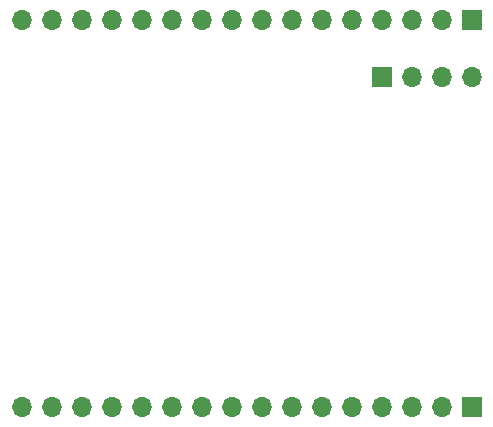
<source format=gbr>
%TF.GenerationSoftware,KiCad,Pcbnew,(6.0.9)*%
%TF.CreationDate,2022-11-25T11:21:21+01:00*%
%TF.ProjectId,stmf303re_eval_board,73746d66-3330-4337-9265-5f6576616c5f,rev?*%
%TF.SameCoordinates,Original*%
%TF.FileFunction,Soldermask,Bot*%
%TF.FilePolarity,Negative*%
%FSLAX46Y46*%
G04 Gerber Fmt 4.6, Leading zero omitted, Abs format (unit mm)*
G04 Created by KiCad (PCBNEW (6.0.9)) date 2022-11-25 11:21:21*
%MOMM*%
%LPD*%
G01*
G04 APERTURE LIST*
%ADD10R,1.700000X1.700000*%
%ADD11O,1.700000X1.700000*%
G04 APERTURE END LIST*
D10*
%TO.C,J4*%
X171196000Y-60706000D03*
D11*
X168656000Y-60706000D03*
X166116000Y-60706000D03*
X163576000Y-60706000D03*
X161036000Y-60706000D03*
X158496000Y-60706000D03*
X155956000Y-60706000D03*
X153416000Y-60706000D03*
X150876000Y-60706000D03*
X148336000Y-60706000D03*
X145796000Y-60706000D03*
X143256000Y-60706000D03*
X140716000Y-60706000D03*
X138176000Y-60706000D03*
X135636000Y-60706000D03*
X133096000Y-60706000D03*
%TD*%
D10*
%TO.C,J3*%
X171196000Y-93472000D03*
D11*
X168656000Y-93472000D03*
X166116000Y-93472000D03*
X163576000Y-93472000D03*
X161036000Y-93472000D03*
X158496000Y-93472000D03*
X155956000Y-93472000D03*
X153416000Y-93472000D03*
X150876000Y-93472000D03*
X148336000Y-93472000D03*
X145796000Y-93472000D03*
X143256000Y-93472000D03*
X140716000Y-93472000D03*
X138176000Y-93472000D03*
X135636000Y-93472000D03*
X133096000Y-93472000D03*
%TD*%
D10*
%TO.C,J1*%
X163576000Y-65532000D03*
D11*
X166116000Y-65532000D03*
X168656000Y-65532000D03*
X171196000Y-65532000D03*
%TD*%
M02*

</source>
